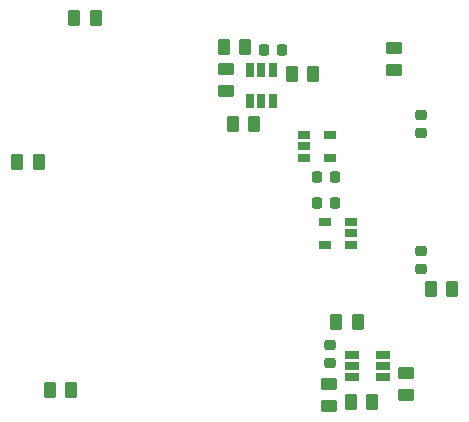
<source format=gbp>
G04 #@! TF.GenerationSoftware,KiCad,Pcbnew,(6.0.0)*
G04 #@! TF.CreationDate,2022-01-21T17:49:37-05:00*
G04 #@! TF.ProjectId,serial_interface,73657269-616c-45f6-996e-746572666163,D1*
G04 #@! TF.SameCoordinates,Original*
G04 #@! TF.FileFunction,Paste,Bot*
G04 #@! TF.FilePolarity,Positive*
%FSLAX45Y45*%
G04 Gerber Fmt 4.5, Leading zero omitted, Abs format (unit mm)*
G04 Created by KiCad (PCBNEW (6.0.0)) date 2022-01-21 17:49:37*
%MOMM*%
%LPD*%
G01*
G04 APERTURE LIST*
G04 Aperture macros list*
%AMRoundRect*
0 Rectangle with rounded corners*
0 $1 Rounding radius*
0 $2 $3 $4 $5 $6 $7 $8 $9 X,Y pos of 4 corners*
0 Add a 4 corners polygon primitive as box body*
4,1,4,$2,$3,$4,$5,$6,$7,$8,$9,$2,$3,0*
0 Add four circle primitives for the rounded corners*
1,1,$1+$1,$2,$3*
1,1,$1+$1,$4,$5*
1,1,$1+$1,$6,$7*
1,1,$1+$1,$8,$9*
0 Add four rect primitives between the rounded corners*
20,1,$1+$1,$2,$3,$4,$5,0*
20,1,$1+$1,$4,$5,$6,$7,0*
20,1,$1+$1,$6,$7,$8,$9,0*
20,1,$1+$1,$8,$9,$2,$3,0*%
G04 Aperture macros list end*
%ADD10R,0.650000X1.220000*%
%ADD11R,1.220000X0.650000*%
%ADD12R,1.060000X0.650000*%
%ADD13RoundRect,0.250000X0.262500X0.450000X-0.262500X0.450000X-0.262500X-0.450000X0.262500X-0.450000X0*%
%ADD14RoundRect,0.250000X0.450000X-0.262500X0.450000X0.262500X-0.450000X0.262500X-0.450000X-0.262500X0*%
%ADD15RoundRect,0.250000X-0.262500X-0.450000X0.262500X-0.450000X0.262500X0.450000X-0.262500X0.450000X0*%
%ADD16RoundRect,0.250000X-0.450000X0.262500X-0.450000X-0.262500X0.450000X-0.262500X0.450000X0.262500X0*%
%ADD17RoundRect,0.225000X-0.250000X0.225000X-0.250000X-0.225000X0.250000X-0.225000X0.250000X0.225000X0*%
%ADD18RoundRect,0.225000X0.225000X0.250000X-0.225000X0.250000X-0.225000X-0.250000X0.225000X-0.250000X0*%
%ADD19RoundRect,0.225000X0.250000X-0.225000X0.250000X0.225000X-0.250000X0.225000X-0.250000X-0.225000X0*%
%ADD20RoundRect,0.225000X-0.225000X-0.250000X0.225000X-0.250000X0.225000X0.250000X-0.225000X0.250000X0*%
G04 APERTURE END LIST*
D10*
X14895000Y-9794000D03*
X14800000Y-9794000D03*
X14705000Y-9794000D03*
X14705000Y-10056000D03*
X14800000Y-10056000D03*
X14895000Y-10056000D03*
D11*
X15569000Y-12205000D03*
X15569000Y-12300000D03*
X15569000Y-12395000D03*
X15831000Y-12395000D03*
X15831000Y-12300000D03*
X15831000Y-12205000D03*
D12*
X15165000Y-10535000D03*
X15165000Y-10440000D03*
X15165000Y-10345000D03*
X15385000Y-10345000D03*
X15385000Y-10535000D03*
X15560000Y-11080000D03*
X15560000Y-11175000D03*
X15560000Y-11270000D03*
X15340000Y-11270000D03*
X15340000Y-11080000D03*
D13*
X15616250Y-11925000D03*
X15433750Y-11925000D03*
D14*
X16025000Y-12541250D03*
X16025000Y-12358750D03*
D15*
X15558750Y-12600000D03*
X15741250Y-12600000D03*
D16*
X15375000Y-12453750D03*
X15375000Y-12636250D03*
D15*
X15058750Y-9825000D03*
X15241250Y-9825000D03*
X14558750Y-10250000D03*
X14741250Y-10250000D03*
D16*
X14500000Y-9783750D03*
X14500000Y-9966250D03*
D13*
X14666250Y-9600000D03*
X14483750Y-9600000D03*
D15*
X13008750Y-12500000D03*
X13191250Y-12500000D03*
X13217500Y-9350000D03*
X13400000Y-9350000D03*
D13*
X16416250Y-11650000D03*
X16233750Y-11650000D03*
D16*
X15925000Y-9608750D03*
X15925000Y-9791250D03*
D15*
X12733750Y-10575000D03*
X12916250Y-10575000D03*
D17*
X15381000Y-12272500D03*
X15381000Y-12117500D03*
D18*
X14977500Y-9625000D03*
X14822500Y-9625000D03*
D17*
X16150000Y-11322500D03*
X16150000Y-11477500D03*
D19*
X16150000Y-10327500D03*
X16150000Y-10172500D03*
D20*
X15272500Y-10700000D03*
X15427500Y-10700000D03*
D18*
X15427500Y-10915000D03*
X15272500Y-10915000D03*
M02*

</source>
